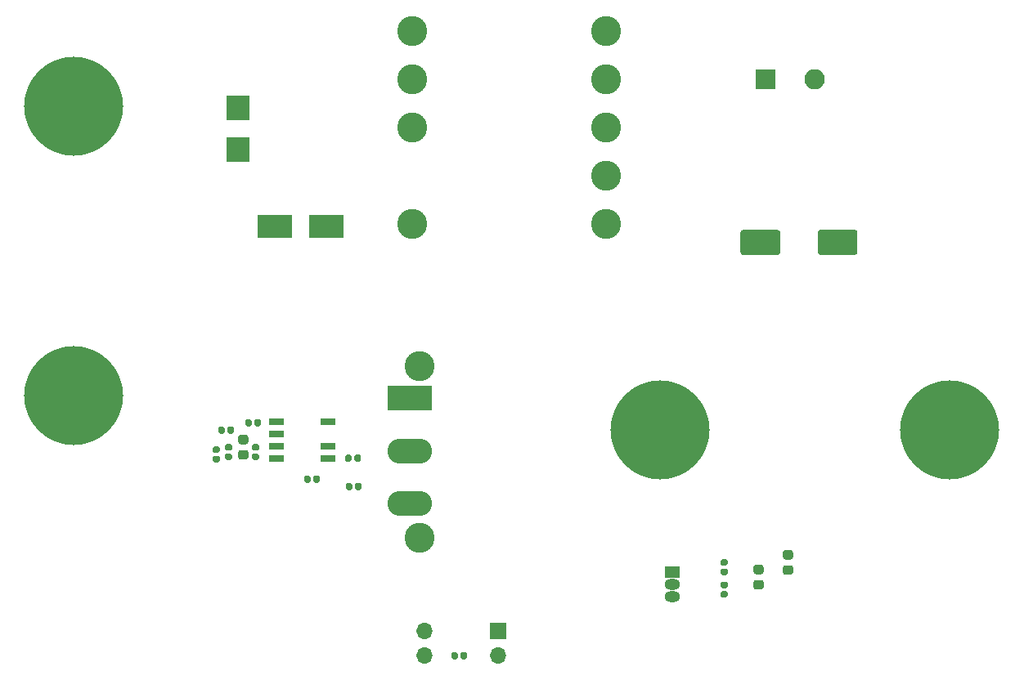
<source format=gbr>
%TF.GenerationSoftware,KiCad,Pcbnew,(5.1.6)-1*%
%TF.CreationDate,2020-06-23T23:46:23+03:00*%
%TF.ProjectId,flyback,666c7962-6163-46b2-9e6b-696361645f70,rev?*%
%TF.SameCoordinates,Original*%
%TF.FileFunction,Soldermask,Top*%
%TF.FilePolarity,Negative*%
%FSLAX46Y46*%
G04 Gerber Fmt 4.6, Leading zero omitted, Abs format (unit mm)*
G04 Created by KiCad (PCBNEW (5.1.6)-1) date 2020-06-23 23:46:23*
%MOMM*%
%LPD*%
G01*
G04 APERTURE LIST*
%ADD10C,3.100000*%
%ADD11O,2.100000X2.100000*%
%ADD12R,2.100000X2.100000*%
%ADD13R,1.600000X1.150000*%
%ADD14O,1.600000X1.150000*%
%ADD15R,2.400000X2.600000*%
%ADD16R,3.600000X2.400000*%
%ADD17C,10.260000*%
%ADD18R,1.650000X0.700000*%
%ADD19O,1.700000X1.700000*%
%ADD20R,1.700000X1.700000*%
%ADD21O,4.600000X2.600000*%
%ADD22R,4.600000X2.600000*%
G04 APERTURE END LIST*
%TO.C,C1*%
G36*
G01*
X196456000Y-96576500D02*
X196456000Y-96971500D01*
G75*
G02*
X196283500Y-97144000I-172500J0D01*
G01*
X195938500Y-97144000D01*
G75*
G02*
X195766000Y-96971500I0J172500D01*
G01*
X195766000Y-96576500D01*
G75*
G02*
X195938500Y-96404000I172500J0D01*
G01*
X196283500Y-96404000D01*
G75*
G02*
X196456000Y-96576500I0J-172500D01*
G01*
G37*
G36*
G01*
X197426000Y-96576500D02*
X197426000Y-96971500D01*
G75*
G02*
X197253500Y-97144000I-172500J0D01*
G01*
X196908500Y-97144000D01*
G75*
G02*
X196736000Y-96971500I0J172500D01*
G01*
X196736000Y-96576500D01*
G75*
G02*
X196908500Y-96404000I172500J0D01*
G01*
X197253500Y-96404000D01*
G75*
G02*
X197426000Y-96576500I0J-172500D01*
G01*
G37*
%TD*%
D10*
%TO.C,HS1*%
X192532000Y-84592000D03*
X192532000Y-66792000D03*
%TD*%
D11*
%TO.C,D5*%
X233426000Y-37084000D03*
D12*
X228346000Y-37084000D03*
%TD*%
%TO.C,RVS1*%
G36*
G01*
X172606000Y-73603500D02*
X172606000Y-73208500D01*
G75*
G02*
X172778500Y-73036000I172500J0D01*
G01*
X173123500Y-73036000D01*
G75*
G02*
X173296000Y-73208500I0J-172500D01*
G01*
X173296000Y-73603500D01*
G75*
G02*
X173123500Y-73776000I-172500J0D01*
G01*
X172778500Y-73776000D01*
G75*
G02*
X172606000Y-73603500I0J172500D01*
G01*
G37*
G36*
G01*
X171636000Y-73603500D02*
X171636000Y-73208500D01*
G75*
G02*
X171808500Y-73036000I172500J0D01*
G01*
X172153500Y-73036000D01*
G75*
G02*
X172326000Y-73208500I0J-172500D01*
G01*
X172326000Y-73603500D01*
G75*
G02*
X172153500Y-73776000I-172500J0D01*
G01*
X171808500Y-73776000D01*
G75*
G02*
X171636000Y-73603500I0J172500D01*
G01*
G37*
%TD*%
%TO.C,RLC1*%
G36*
G01*
X185468000Y-76129500D02*
X185468000Y-76524500D01*
G75*
G02*
X185295500Y-76697000I-172500J0D01*
G01*
X184950500Y-76697000D01*
G75*
G02*
X184778000Y-76524500I0J172500D01*
G01*
X184778000Y-76129500D01*
G75*
G02*
X184950500Y-75957000I172500J0D01*
G01*
X185295500Y-75957000D01*
G75*
G02*
X185468000Y-76129500I0J-172500D01*
G01*
G37*
G36*
G01*
X186438000Y-76129500D02*
X186438000Y-76524500D01*
G75*
G02*
X186265500Y-76697000I-172500J0D01*
G01*
X185920500Y-76697000D01*
G75*
G02*
X185748000Y-76524500I0J172500D01*
G01*
X185748000Y-76129500D01*
G75*
G02*
X185920500Y-75957000I172500J0D01*
G01*
X186265500Y-75957000D01*
G75*
G02*
X186438000Y-76129500I0J-172500D01*
G01*
G37*
%TD*%
%TO.C,RFB3*%
G36*
G01*
X172917500Y-75552000D02*
X172522500Y-75552000D01*
G75*
G02*
X172350000Y-75379500I0J172500D01*
G01*
X172350000Y-75034500D01*
G75*
G02*
X172522500Y-74862000I172500J0D01*
G01*
X172917500Y-74862000D01*
G75*
G02*
X173090000Y-75034500I0J-172500D01*
G01*
X173090000Y-75379500D01*
G75*
G02*
X172917500Y-75552000I-172500J0D01*
G01*
G37*
G36*
G01*
X172917500Y-76522000D02*
X172522500Y-76522000D01*
G75*
G02*
X172350000Y-76349500I0J172500D01*
G01*
X172350000Y-76004500D01*
G75*
G02*
X172522500Y-75832000I172500J0D01*
G01*
X172917500Y-75832000D01*
G75*
G02*
X173090000Y-76004500I0J-172500D01*
G01*
X173090000Y-76349500D01*
G75*
G02*
X172917500Y-76522000I-172500J0D01*
G01*
G37*
%TD*%
D13*
%TO.C,U3*%
X218694000Y-88138000D03*
D14*
X218694000Y-90678000D03*
X218694000Y-89408000D03*
%TD*%
%TO.C,Cout1*%
G36*
G01*
X229825000Y-52935000D02*
X229825000Y-55015000D01*
G75*
G02*
X229565000Y-55275000I-260000J0D01*
G01*
X225985000Y-55275000D01*
G75*
G02*
X225725000Y-55015000I0J260000D01*
G01*
X225725000Y-52935000D01*
G75*
G02*
X225985000Y-52675000I260000J0D01*
G01*
X229565000Y-52675000D01*
G75*
G02*
X229825000Y-52935000I0J-260000D01*
G01*
G37*
G36*
G01*
X237825000Y-52935000D02*
X237825000Y-55015000D01*
G75*
G02*
X237565000Y-55275000I-260000J0D01*
G01*
X233985000Y-55275000D01*
G75*
G02*
X233725000Y-55015000I0J260000D01*
G01*
X233725000Y-52935000D01*
G75*
G02*
X233985000Y-52675000I260000J0D01*
G01*
X237565000Y-52675000D01*
G75*
G02*
X237825000Y-52935000I0J-260000D01*
G01*
G37*
%TD*%
D15*
%TO.C,Dclamp1*%
X173736000Y-40014000D03*
X173736000Y-44314000D03*
%TD*%
D16*
%TO.C,D1*%
X182880000Y-52324000D03*
X177480000Y-52324000D03*
%TD*%
D17*
%TO.C,J1*%
X217424000Y-73406000D03*
X247394000Y-73406000D03*
%TD*%
%TO.C,J2*%
X156718000Y-69850000D03*
X156718000Y-39880000D03*
%TD*%
%TO.C,RFB2*%
G36*
G01*
X227302750Y-87371000D02*
X227865250Y-87371000D01*
G75*
G02*
X228109000Y-87614750I0J-243750D01*
G01*
X228109000Y-88102250D01*
G75*
G02*
X227865250Y-88346000I-243750J0D01*
G01*
X227302750Y-88346000D01*
G75*
G02*
X227059000Y-88102250I0J243750D01*
G01*
X227059000Y-87614750D01*
G75*
G02*
X227302750Y-87371000I243750J0D01*
G01*
G37*
G36*
G01*
X227302750Y-88946000D02*
X227865250Y-88946000D01*
G75*
G02*
X228109000Y-89189750I0J-243750D01*
G01*
X228109000Y-89677250D01*
G75*
G02*
X227865250Y-89921000I-243750J0D01*
G01*
X227302750Y-89921000D01*
G75*
G02*
X227059000Y-89677250I0J243750D01*
G01*
X227059000Y-89189750D01*
G75*
G02*
X227302750Y-88946000I243750J0D01*
G01*
G37*
%TD*%
%TO.C,RFB1*%
G36*
G01*
X230350750Y-85847000D02*
X230913250Y-85847000D01*
G75*
G02*
X231157000Y-86090750I0J-243750D01*
G01*
X231157000Y-86578250D01*
G75*
G02*
X230913250Y-86822000I-243750J0D01*
G01*
X230350750Y-86822000D01*
G75*
G02*
X230107000Y-86578250I0J243750D01*
G01*
X230107000Y-86090750D01*
G75*
G02*
X230350750Y-85847000I243750J0D01*
G01*
G37*
G36*
G01*
X230350750Y-87422000D02*
X230913250Y-87422000D01*
G75*
G02*
X231157000Y-87665750I0J-243750D01*
G01*
X231157000Y-88153250D01*
G75*
G02*
X230913250Y-88397000I-243750J0D01*
G01*
X230350750Y-88397000D01*
G75*
G02*
X230107000Y-88153250I0J243750D01*
G01*
X230107000Y-87665750D01*
G75*
G02*
X230350750Y-87422000I243750J0D01*
G01*
G37*
%TD*%
%TO.C,RFB4*%
G36*
G01*
X175316500Y-75832000D02*
X175711500Y-75832000D01*
G75*
G02*
X175884000Y-76004500I0J-172500D01*
G01*
X175884000Y-76349500D01*
G75*
G02*
X175711500Y-76522000I-172500J0D01*
G01*
X175316500Y-76522000D01*
G75*
G02*
X175144000Y-76349500I0J172500D01*
G01*
X175144000Y-76004500D01*
G75*
G02*
X175316500Y-75832000I172500J0D01*
G01*
G37*
G36*
G01*
X175316500Y-74862000D02*
X175711500Y-74862000D01*
G75*
G02*
X175884000Y-75034500I0J-172500D01*
G01*
X175884000Y-75379500D01*
G75*
G02*
X175711500Y-75552000I-172500J0D01*
G01*
X175316500Y-75552000D01*
G75*
G02*
X175144000Y-75379500I0J172500D01*
G01*
X175144000Y-75034500D01*
G75*
G02*
X175316500Y-74862000I172500J0D01*
G01*
G37*
%TD*%
%TO.C,RVS2*%
G36*
G01*
X173962750Y-75484000D02*
X174525250Y-75484000D01*
G75*
G02*
X174769000Y-75727750I0J-243750D01*
G01*
X174769000Y-76215250D01*
G75*
G02*
X174525250Y-76459000I-243750J0D01*
G01*
X173962750Y-76459000D01*
G75*
G02*
X173719000Y-76215250I0J243750D01*
G01*
X173719000Y-75727750D01*
G75*
G02*
X173962750Y-75484000I243750J0D01*
G01*
G37*
G36*
G01*
X173962750Y-73909000D02*
X174525250Y-73909000D01*
G75*
G02*
X174769000Y-74152750I0J-243750D01*
G01*
X174769000Y-74640250D01*
G75*
G02*
X174525250Y-74884000I-243750J0D01*
G01*
X173962750Y-74884000D01*
G75*
G02*
X173719000Y-74640250I0J243750D01*
G01*
X173719000Y-74152750D01*
G75*
G02*
X173962750Y-73909000I243750J0D01*
G01*
G37*
%TD*%
%TO.C,CFB1*%
G36*
G01*
X171647500Y-75783000D02*
X171252500Y-75783000D01*
G75*
G02*
X171080000Y-75610500I0J172500D01*
G01*
X171080000Y-75265500D01*
G75*
G02*
X171252500Y-75093000I172500J0D01*
G01*
X171647500Y-75093000D01*
G75*
G02*
X171820000Y-75265500I0J-172500D01*
G01*
X171820000Y-75610500D01*
G75*
G02*
X171647500Y-75783000I-172500J0D01*
G01*
G37*
G36*
G01*
X171647500Y-76753000D02*
X171252500Y-76753000D01*
G75*
G02*
X171080000Y-76580500I0J172500D01*
G01*
X171080000Y-76235500D01*
G75*
G02*
X171252500Y-76063000I172500J0D01*
G01*
X171647500Y-76063000D01*
G75*
G02*
X171820000Y-76235500I0J-172500D01*
G01*
X171820000Y-76580500D01*
G75*
G02*
X171647500Y-76753000I-172500J0D01*
G01*
G37*
%TD*%
D18*
%TO.C,U2*%
X183040000Y-72517000D03*
X183040000Y-75057000D03*
X183040000Y-76327000D03*
X177640000Y-76327000D03*
X177640000Y-75057000D03*
X177640000Y-73787000D03*
X177640000Y-72517000D03*
%TD*%
D10*
%TO.C,T1*%
X211770000Y-52070000D03*
X211770000Y-47070000D03*
X211770000Y-42070000D03*
X211770000Y-37070000D03*
X211770000Y-32070000D03*
X191770000Y-32070000D03*
X191770000Y-37070000D03*
X191770000Y-42070000D03*
X191770000Y-52070000D03*
%TD*%
D19*
%TO.C,U1*%
X193040000Y-94234000D03*
X200660000Y-96774000D03*
X193040000Y-96774000D03*
D20*
X200660000Y-94234000D03*
%TD*%
%TO.C,RCS1*%
G36*
G01*
X185534000Y-79050500D02*
X185534000Y-79445500D01*
G75*
G02*
X185361500Y-79618000I-172500J0D01*
G01*
X185016500Y-79618000D01*
G75*
G02*
X184844000Y-79445500I0J172500D01*
G01*
X184844000Y-79050500D01*
G75*
G02*
X185016500Y-78878000I172500J0D01*
G01*
X185361500Y-78878000D01*
G75*
G02*
X185534000Y-79050500I0J-172500D01*
G01*
G37*
G36*
G01*
X186504000Y-79050500D02*
X186504000Y-79445500D01*
G75*
G02*
X186331500Y-79618000I-172500J0D01*
G01*
X185986500Y-79618000D01*
G75*
G02*
X185814000Y-79445500I0J172500D01*
G01*
X185814000Y-79050500D01*
G75*
G02*
X185986500Y-78878000I172500J0D01*
G01*
X186331500Y-78878000D01*
G75*
G02*
X186504000Y-79050500I0J-172500D01*
G01*
G37*
%TD*%
D21*
%TO.C,M1*%
X191516000Y-81004000D03*
X191516000Y-75554000D03*
D22*
X191516000Y-70104000D03*
%TD*%
%TO.C,Cz1*%
G36*
G01*
X223830500Y-86777000D02*
X224225500Y-86777000D01*
G75*
G02*
X224398000Y-86949500I0J-172500D01*
G01*
X224398000Y-87294500D01*
G75*
G02*
X224225500Y-87467000I-172500J0D01*
G01*
X223830500Y-87467000D01*
G75*
G02*
X223658000Y-87294500I0J172500D01*
G01*
X223658000Y-86949500D01*
G75*
G02*
X223830500Y-86777000I172500J0D01*
G01*
G37*
G36*
G01*
X223830500Y-87747000D02*
X224225500Y-87747000D01*
G75*
G02*
X224398000Y-87919500I0J-172500D01*
G01*
X224398000Y-88264500D01*
G75*
G02*
X224225500Y-88437000I-172500J0D01*
G01*
X223830500Y-88437000D01*
G75*
G02*
X223658000Y-88264500I0J172500D01*
G01*
X223658000Y-87919500D01*
G75*
G02*
X223830500Y-87747000I172500J0D01*
G01*
G37*
%TD*%
%TO.C,Cvdd1*%
G36*
G01*
X175120000Y-72446500D02*
X175120000Y-72841500D01*
G75*
G02*
X174947500Y-73014000I-172500J0D01*
G01*
X174602500Y-73014000D01*
G75*
G02*
X174430000Y-72841500I0J172500D01*
G01*
X174430000Y-72446500D01*
G75*
G02*
X174602500Y-72274000I172500J0D01*
G01*
X174947500Y-72274000D01*
G75*
G02*
X175120000Y-72446500I0J-172500D01*
G01*
G37*
G36*
G01*
X176090000Y-72446500D02*
X176090000Y-72841500D01*
G75*
G02*
X175917500Y-73014000I-172500J0D01*
G01*
X175572500Y-73014000D01*
G75*
G02*
X175400000Y-72841500I0J172500D01*
G01*
X175400000Y-72446500D01*
G75*
G02*
X175572500Y-72274000I172500J0D01*
G01*
X175917500Y-72274000D01*
G75*
G02*
X176090000Y-72446500I0J-172500D01*
G01*
G37*
%TD*%
%TO.C,Css431*%
G36*
G01*
X224225500Y-90769000D02*
X223830500Y-90769000D01*
G75*
G02*
X223658000Y-90596500I0J172500D01*
G01*
X223658000Y-90251500D01*
G75*
G02*
X223830500Y-90079000I172500J0D01*
G01*
X224225500Y-90079000D01*
G75*
G02*
X224398000Y-90251500I0J-172500D01*
G01*
X224398000Y-90596500D01*
G75*
G02*
X224225500Y-90769000I-172500J0D01*
G01*
G37*
G36*
G01*
X224225500Y-89799000D02*
X223830500Y-89799000D01*
G75*
G02*
X223658000Y-89626500I0J172500D01*
G01*
X223658000Y-89281500D01*
G75*
G02*
X223830500Y-89109000I172500J0D01*
G01*
X224225500Y-89109000D01*
G75*
G02*
X224398000Y-89281500I0J-172500D01*
G01*
X224398000Y-89626500D01*
G75*
G02*
X224225500Y-89799000I-172500J0D01*
G01*
G37*
%TD*%
%TO.C,Ccs1*%
G36*
G01*
X181216000Y-78288500D02*
X181216000Y-78683500D01*
G75*
G02*
X181043500Y-78856000I-172500J0D01*
G01*
X180698500Y-78856000D01*
G75*
G02*
X180526000Y-78683500I0J172500D01*
G01*
X180526000Y-78288500D01*
G75*
G02*
X180698500Y-78116000I172500J0D01*
G01*
X181043500Y-78116000D01*
G75*
G02*
X181216000Y-78288500I0J-172500D01*
G01*
G37*
G36*
G01*
X182186000Y-78288500D02*
X182186000Y-78683500D01*
G75*
G02*
X182013500Y-78856000I-172500J0D01*
G01*
X181668500Y-78856000D01*
G75*
G02*
X181496000Y-78683500I0J172500D01*
G01*
X181496000Y-78288500D01*
G75*
G02*
X181668500Y-78116000I172500J0D01*
G01*
X182013500Y-78116000D01*
G75*
G02*
X182186000Y-78288500I0J-172500D01*
G01*
G37*
%TD*%
M02*

</source>
